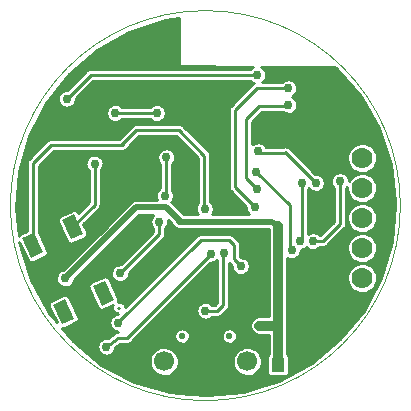
<source format=gbl>
G04 (created by PCBNEW (2013-07-07 BZR 4022)-stable) date 6/15/2015 10:21:50 PM*
%MOIN*%
G04 Gerber Fmt 3.4, Leading zero omitted, Abs format*
%FSLAX34Y34*%
G01*
G70*
G90*
G04 APERTURE LIST*
%ADD10C,0.00590551*%
%ADD11C,0.00393701*%
%ADD12R,0.0433071X0.0472441*%
%ADD13C,0.0669291*%
%ADD14C,0.0216535*%
%ADD15C,0.07*%
%ADD16C,0.03*%
%ADD17C,0.01*%
%ADD18C,0.032*%
%ADD19C,0.02*%
G04 APERTURE END LIST*
G54D10*
G54D11*
X84500Y-52000D02*
G75*
G03X84500Y-52000I-6500J0D01*
G74*
G01*
G54D12*
X80425Y-57300D03*
X81225Y-56875D03*
G54D13*
X76624Y-57195D03*
X79399Y-57195D03*
G54D14*
X77224Y-56348D03*
X78799Y-56348D03*
G54D10*
G36*
X71903Y-53092D02*
X72295Y-52909D01*
X72595Y-53551D01*
X72202Y-53734D01*
X71903Y-53092D01*
X71903Y-53092D01*
G37*
G36*
X72934Y-55304D02*
X73327Y-55121D01*
X73626Y-55763D01*
X73234Y-55946D01*
X72934Y-55304D01*
X72934Y-55304D01*
G37*
G36*
X73223Y-52476D02*
X73615Y-52293D01*
X73915Y-52935D01*
X73522Y-53118D01*
X73223Y-52476D01*
X73223Y-52476D01*
G37*
G36*
X74254Y-54688D02*
X74647Y-54505D01*
X74946Y-55147D01*
X74554Y-55330D01*
X74254Y-54688D01*
X74254Y-54688D01*
G37*
G54D15*
X83226Y-49414D03*
X83226Y-50414D03*
X83226Y-51414D03*
X83226Y-52414D03*
X83226Y-53414D03*
X83226Y-54414D03*
G54D16*
X74305Y-50596D03*
X75000Y-48917D03*
X76377Y-48917D03*
X79760Y-50190D03*
X81680Y-51240D03*
X81585Y-53186D03*
X82485Y-51195D03*
X78000Y-55500D03*
X78617Y-53578D03*
X76699Y-50393D03*
X76650Y-51674D03*
X76470Y-52530D03*
X75159Y-54257D03*
X78183Y-53599D03*
X74700Y-56700D03*
X79702Y-50869D03*
X80879Y-53487D03*
X81225Y-56150D03*
X76890Y-48540D03*
X76910Y-48110D03*
X77445Y-48570D03*
X79650Y-52050D03*
X80770Y-48090D03*
X79730Y-51430D03*
X80770Y-48640D03*
X73380Y-48435D03*
X79724Y-47637D03*
X81162Y-53172D03*
X81210Y-51230D03*
X73326Y-54429D03*
X79800Y-56000D03*
X75100Y-55900D03*
X79180Y-54020D03*
X77980Y-52100D03*
G54D17*
X75100Y-55400D02*
X75130Y-55400D01*
X74305Y-51915D02*
X74305Y-51970D01*
X74305Y-51970D02*
X73569Y-52706D01*
X74305Y-50596D02*
X74305Y-51915D01*
X74305Y-51915D02*
X74305Y-51940D01*
X76377Y-48917D02*
X75000Y-48917D01*
X80675Y-50235D02*
X79805Y-50235D01*
X79805Y-50235D02*
X79760Y-50190D01*
X81680Y-51240D02*
X80675Y-50235D01*
X80675Y-50235D02*
X80660Y-50220D01*
X81919Y-53186D02*
X81585Y-53186D01*
X82485Y-52620D02*
X81919Y-53186D01*
X82485Y-51195D02*
X82485Y-52620D01*
X78600Y-55300D02*
X78600Y-53595D01*
X78000Y-55500D02*
X78400Y-55500D01*
X78400Y-55500D02*
X78600Y-55300D01*
X78600Y-53595D02*
X78617Y-53578D01*
X76699Y-51625D02*
X76699Y-50393D01*
X76650Y-51674D02*
X76699Y-51625D01*
X75159Y-54257D02*
X76470Y-52946D01*
X76470Y-52946D02*
X76470Y-52530D01*
X75382Y-56400D02*
X75361Y-56400D01*
X78183Y-53599D02*
X75382Y-56400D01*
X74700Y-56700D02*
X75100Y-56400D01*
X75100Y-56400D02*
X75361Y-56400D01*
X75361Y-56400D02*
X75400Y-56400D01*
X80816Y-51983D02*
X80816Y-52256D01*
X79702Y-50869D02*
X80816Y-51983D01*
X80816Y-53424D02*
X80816Y-52256D01*
X80816Y-52256D02*
X80816Y-52200D01*
X80879Y-53487D02*
X80816Y-53424D01*
G54D18*
X81225Y-56875D02*
X81225Y-56150D01*
G54D17*
X78980Y-51380D02*
X79650Y-52050D01*
X78980Y-48820D02*
X78980Y-51380D01*
X79710Y-48090D02*
X78980Y-48820D01*
X80770Y-48090D02*
X79710Y-48090D01*
X79370Y-49120D02*
X79370Y-51070D01*
X79800Y-48690D02*
X79370Y-49120D01*
X79870Y-48690D02*
X79800Y-48690D01*
X79370Y-51070D02*
X79730Y-51430D01*
X80720Y-48690D02*
X79870Y-48690D01*
X79870Y-48690D02*
X79860Y-48690D01*
X80770Y-48640D02*
X80720Y-48690D01*
X79724Y-47637D02*
X74177Y-47637D01*
X74177Y-47637D02*
X73380Y-48435D01*
X79724Y-47637D02*
X79632Y-47637D01*
X81210Y-52934D02*
X81210Y-53124D01*
X81210Y-53124D02*
X81162Y-53172D01*
X81210Y-52940D02*
X81210Y-52934D01*
X81210Y-52934D02*
X81210Y-51230D01*
G54D19*
X77160Y-52530D02*
X77160Y-52520D01*
X75695Y-52060D02*
X73326Y-54429D01*
X76700Y-52060D02*
X75695Y-52060D01*
X77160Y-52520D02*
X76700Y-52060D01*
X80425Y-52710D02*
X80410Y-52710D01*
X80230Y-52530D02*
X77160Y-52530D01*
X77160Y-52530D02*
X77130Y-52530D01*
X80410Y-52710D02*
X80230Y-52530D01*
G54D18*
X80425Y-56000D02*
X80425Y-52710D01*
X80425Y-52710D02*
X80425Y-52700D01*
X80425Y-52700D02*
X80425Y-52669D01*
X80425Y-56000D02*
X79800Y-56000D01*
X80425Y-56000D02*
X80425Y-57300D01*
X80440Y-57285D02*
X80425Y-57300D01*
G54D17*
X75100Y-55900D02*
X75100Y-55895D01*
X77845Y-53150D02*
X77905Y-53150D01*
X75100Y-55895D02*
X77845Y-53150D01*
X77905Y-53150D02*
X78800Y-53150D01*
X78800Y-53150D02*
X78950Y-53300D01*
X78950Y-53300D02*
X78950Y-53790D01*
X78950Y-53790D02*
X79180Y-54020D01*
X72926Y-49970D02*
X72865Y-49970D01*
X75204Y-49970D02*
X72926Y-49970D01*
X72249Y-50585D02*
X72249Y-53321D01*
X72865Y-49970D02*
X72249Y-50585D01*
X77970Y-51716D02*
X77970Y-50334D01*
X75698Y-49476D02*
X75204Y-49970D01*
X77112Y-49476D02*
X75698Y-49476D01*
X77970Y-50334D02*
X77112Y-49476D01*
X77980Y-52100D02*
X77970Y-52090D01*
X77970Y-52090D02*
X77970Y-51716D01*
X77970Y-51716D02*
X77970Y-51710D01*
X72268Y-53301D02*
X72249Y-53321D01*
X75260Y-49970D02*
X75204Y-49970D01*
G54D10*
G36*
X79612Y-47916D02*
X79601Y-47922D01*
X79600Y-47922D01*
X79599Y-47923D01*
X79584Y-47935D01*
X79570Y-47946D01*
X79569Y-47948D01*
X79569Y-47948D01*
X79569Y-47948D01*
X79568Y-47948D01*
X78838Y-48678D01*
X78826Y-48692D01*
X78814Y-48707D01*
X78814Y-48707D01*
X78813Y-48708D01*
X78805Y-48725D01*
X78796Y-48741D01*
X78795Y-48742D01*
X78795Y-48743D01*
X78789Y-48760D01*
X78784Y-48778D01*
X78784Y-48779D01*
X78783Y-48780D01*
X78782Y-48798D01*
X78780Y-48817D01*
X78780Y-48819D01*
X78780Y-48819D01*
X78780Y-48819D01*
X78780Y-48820D01*
X78780Y-51380D01*
X78781Y-51398D01*
X78783Y-51416D01*
X78783Y-51417D01*
X78783Y-51418D01*
X78789Y-51436D01*
X78794Y-51454D01*
X78794Y-51455D01*
X78795Y-51456D01*
X78803Y-51472D01*
X78812Y-51488D01*
X78812Y-51489D01*
X78813Y-51490D01*
X78825Y-51505D01*
X78836Y-51519D01*
X78838Y-51520D01*
X78838Y-51520D01*
X78838Y-51520D01*
X78838Y-51521D01*
X79350Y-52033D01*
X79349Y-52075D01*
X79360Y-52133D01*
X79381Y-52187D01*
X79413Y-52237D01*
X79454Y-52279D01*
X79455Y-52280D01*
X78220Y-52280D01*
X78242Y-52248D01*
X78266Y-52195D01*
X78279Y-52137D01*
X78280Y-52070D01*
X78268Y-52012D01*
X78246Y-51958D01*
X78213Y-51909D01*
X78172Y-51867D01*
X78170Y-51866D01*
X78170Y-51716D01*
X78170Y-51710D01*
X78170Y-50334D01*
X78168Y-50315D01*
X78166Y-50297D01*
X78166Y-50296D01*
X78166Y-50295D01*
X78160Y-50277D01*
X78155Y-50259D01*
X78155Y-50258D01*
X78154Y-50257D01*
X78146Y-50241D01*
X78137Y-50225D01*
X78137Y-50224D01*
X78136Y-50223D01*
X78124Y-50208D01*
X78113Y-50194D01*
X78111Y-50193D01*
X78111Y-50193D01*
X78111Y-50193D01*
X78111Y-50192D01*
X77253Y-49334D01*
X77239Y-49322D01*
X77224Y-49310D01*
X77224Y-49310D01*
X77223Y-49309D01*
X77206Y-49301D01*
X77190Y-49292D01*
X77189Y-49291D01*
X77188Y-49291D01*
X77171Y-49285D01*
X77153Y-49280D01*
X77152Y-49280D01*
X77151Y-49279D01*
X77133Y-49278D01*
X77114Y-49276D01*
X77112Y-49276D01*
X77112Y-49276D01*
X77112Y-49276D01*
X77112Y-49276D01*
X76677Y-49276D01*
X76677Y-48887D01*
X76666Y-48830D01*
X76644Y-48775D01*
X76611Y-48726D01*
X76570Y-48685D01*
X76521Y-48652D01*
X76467Y-48629D01*
X76409Y-48617D01*
X76350Y-48617D01*
X76292Y-48628D01*
X76238Y-48650D01*
X76189Y-48682D01*
X76153Y-48717D01*
X75224Y-48717D01*
X75192Y-48685D01*
X75143Y-48652D01*
X75089Y-48629D01*
X75031Y-48617D01*
X74972Y-48617D01*
X74914Y-48628D01*
X74860Y-48650D01*
X74811Y-48682D01*
X74769Y-48723D01*
X74735Y-48772D01*
X74712Y-48826D01*
X74700Y-48883D01*
X74699Y-48942D01*
X74710Y-49000D01*
X74731Y-49055D01*
X74763Y-49104D01*
X74804Y-49146D01*
X74852Y-49180D01*
X74906Y-49204D01*
X74964Y-49216D01*
X75023Y-49217D01*
X75081Y-49207D01*
X75135Y-49186D01*
X75185Y-49154D01*
X75225Y-49117D01*
X76154Y-49117D01*
X76182Y-49146D01*
X76230Y-49180D01*
X76284Y-49204D01*
X76342Y-49216D01*
X76401Y-49217D01*
X76459Y-49207D01*
X76513Y-49186D01*
X76563Y-49154D01*
X76606Y-49114D01*
X76640Y-49066D01*
X76663Y-49012D01*
X76677Y-48955D01*
X76677Y-48887D01*
X76677Y-49276D01*
X75698Y-49276D01*
X75679Y-49277D01*
X75661Y-49279D01*
X75660Y-49279D01*
X75659Y-49279D01*
X75641Y-49285D01*
X75623Y-49290D01*
X75622Y-49290D01*
X75621Y-49291D01*
X75605Y-49299D01*
X75589Y-49308D01*
X75588Y-49308D01*
X75587Y-49309D01*
X75572Y-49321D01*
X75558Y-49332D01*
X75557Y-49334D01*
X75557Y-49334D01*
X75557Y-49334D01*
X75556Y-49334D01*
X75121Y-49770D01*
X72926Y-49770D01*
X72865Y-49770D01*
X72846Y-49771D01*
X72828Y-49773D01*
X72827Y-49773D01*
X72826Y-49773D01*
X72808Y-49779D01*
X72790Y-49784D01*
X72789Y-49784D01*
X72788Y-49785D01*
X72772Y-49793D01*
X72756Y-49802D01*
X72755Y-49802D01*
X72754Y-49803D01*
X72739Y-49815D01*
X72725Y-49826D01*
X72724Y-49828D01*
X72724Y-49828D01*
X72724Y-49828D01*
X72723Y-49828D01*
X72107Y-50444D01*
X72095Y-50458D01*
X72084Y-50472D01*
X72083Y-50473D01*
X72082Y-50474D01*
X72074Y-50490D01*
X72065Y-50507D01*
X72064Y-50508D01*
X72064Y-50509D01*
X72059Y-50526D01*
X72053Y-50544D01*
X72053Y-50545D01*
X72053Y-50546D01*
X72051Y-50564D01*
X72049Y-50583D01*
X72049Y-50585D01*
X72049Y-50585D01*
X72049Y-50585D01*
X72049Y-50585D01*
X72049Y-52858D01*
X71826Y-52962D01*
X71802Y-52979D01*
X71782Y-53001D01*
X71774Y-53014D01*
X71671Y-52088D01*
X71774Y-50857D01*
X72114Y-49669D01*
X72679Y-48571D01*
X73446Y-47603D01*
X74387Y-46802D01*
X75465Y-46199D01*
X76640Y-45818D01*
X77120Y-45761D01*
X77120Y-47359D01*
X79602Y-47363D01*
X79584Y-47370D01*
X79535Y-47402D01*
X79499Y-47437D01*
X74177Y-47437D01*
X74158Y-47439D01*
X74140Y-47441D01*
X74139Y-47441D01*
X74138Y-47441D01*
X74120Y-47446D01*
X74102Y-47452D01*
X74101Y-47452D01*
X74100Y-47452D01*
X74084Y-47461D01*
X74068Y-47470D01*
X74067Y-47470D01*
X74066Y-47471D01*
X74052Y-47482D01*
X74037Y-47494D01*
X74036Y-47495D01*
X74036Y-47495D01*
X74036Y-47495D01*
X74035Y-47496D01*
X73397Y-48135D01*
X73352Y-48134D01*
X73294Y-48145D01*
X73240Y-48167D01*
X73191Y-48200D01*
X73149Y-48241D01*
X73115Y-48289D01*
X73092Y-48343D01*
X73080Y-48401D01*
X73079Y-48460D01*
X73090Y-48518D01*
X73111Y-48572D01*
X73143Y-48622D01*
X73184Y-48664D01*
X73232Y-48698D01*
X73286Y-48721D01*
X73344Y-48734D01*
X73403Y-48735D01*
X73461Y-48725D01*
X73515Y-48704D01*
X73565Y-48672D01*
X73608Y-48631D01*
X73642Y-48583D01*
X73666Y-48530D01*
X73679Y-48472D01*
X73679Y-48418D01*
X74260Y-47837D01*
X79500Y-47837D01*
X79529Y-47867D01*
X79577Y-47900D01*
X79612Y-47916D01*
X79612Y-47916D01*
G37*
G54D17*
X79612Y-47916D02*
X79601Y-47922D01*
X79600Y-47922D01*
X79599Y-47923D01*
X79584Y-47935D01*
X79570Y-47946D01*
X79569Y-47948D01*
X79569Y-47948D01*
X79569Y-47948D01*
X79568Y-47948D01*
X78838Y-48678D01*
X78826Y-48692D01*
X78814Y-48707D01*
X78814Y-48707D01*
X78813Y-48708D01*
X78805Y-48725D01*
X78796Y-48741D01*
X78795Y-48742D01*
X78795Y-48743D01*
X78789Y-48760D01*
X78784Y-48778D01*
X78784Y-48779D01*
X78783Y-48780D01*
X78782Y-48798D01*
X78780Y-48817D01*
X78780Y-48819D01*
X78780Y-48819D01*
X78780Y-48819D01*
X78780Y-48820D01*
X78780Y-51380D01*
X78781Y-51398D01*
X78783Y-51416D01*
X78783Y-51417D01*
X78783Y-51418D01*
X78789Y-51436D01*
X78794Y-51454D01*
X78794Y-51455D01*
X78795Y-51456D01*
X78803Y-51472D01*
X78812Y-51488D01*
X78812Y-51489D01*
X78813Y-51490D01*
X78825Y-51505D01*
X78836Y-51519D01*
X78838Y-51520D01*
X78838Y-51520D01*
X78838Y-51520D01*
X78838Y-51521D01*
X79350Y-52033D01*
X79349Y-52075D01*
X79360Y-52133D01*
X79381Y-52187D01*
X79413Y-52237D01*
X79454Y-52279D01*
X79455Y-52280D01*
X78220Y-52280D01*
X78242Y-52248D01*
X78266Y-52195D01*
X78279Y-52137D01*
X78280Y-52070D01*
X78268Y-52012D01*
X78246Y-51958D01*
X78213Y-51909D01*
X78172Y-51867D01*
X78170Y-51866D01*
X78170Y-51716D01*
X78170Y-51710D01*
X78170Y-50334D01*
X78168Y-50315D01*
X78166Y-50297D01*
X78166Y-50296D01*
X78166Y-50295D01*
X78160Y-50277D01*
X78155Y-50259D01*
X78155Y-50258D01*
X78154Y-50257D01*
X78146Y-50241D01*
X78137Y-50225D01*
X78137Y-50224D01*
X78136Y-50223D01*
X78124Y-50208D01*
X78113Y-50194D01*
X78111Y-50193D01*
X78111Y-50193D01*
X78111Y-50193D01*
X78111Y-50192D01*
X77253Y-49334D01*
X77239Y-49322D01*
X77224Y-49310D01*
X77224Y-49310D01*
X77223Y-49309D01*
X77206Y-49301D01*
X77190Y-49292D01*
X77189Y-49291D01*
X77188Y-49291D01*
X77171Y-49285D01*
X77153Y-49280D01*
X77152Y-49280D01*
X77151Y-49279D01*
X77133Y-49278D01*
X77114Y-49276D01*
X77112Y-49276D01*
X77112Y-49276D01*
X77112Y-49276D01*
X77112Y-49276D01*
X76677Y-49276D01*
X76677Y-48887D01*
X76666Y-48830D01*
X76644Y-48775D01*
X76611Y-48726D01*
X76570Y-48685D01*
X76521Y-48652D01*
X76467Y-48629D01*
X76409Y-48617D01*
X76350Y-48617D01*
X76292Y-48628D01*
X76238Y-48650D01*
X76189Y-48682D01*
X76153Y-48717D01*
X75224Y-48717D01*
X75192Y-48685D01*
X75143Y-48652D01*
X75089Y-48629D01*
X75031Y-48617D01*
X74972Y-48617D01*
X74914Y-48628D01*
X74860Y-48650D01*
X74811Y-48682D01*
X74769Y-48723D01*
X74735Y-48772D01*
X74712Y-48826D01*
X74700Y-48883D01*
X74699Y-48942D01*
X74710Y-49000D01*
X74731Y-49055D01*
X74763Y-49104D01*
X74804Y-49146D01*
X74852Y-49180D01*
X74906Y-49204D01*
X74964Y-49216D01*
X75023Y-49217D01*
X75081Y-49207D01*
X75135Y-49186D01*
X75185Y-49154D01*
X75225Y-49117D01*
X76154Y-49117D01*
X76182Y-49146D01*
X76230Y-49180D01*
X76284Y-49204D01*
X76342Y-49216D01*
X76401Y-49217D01*
X76459Y-49207D01*
X76513Y-49186D01*
X76563Y-49154D01*
X76606Y-49114D01*
X76640Y-49066D01*
X76663Y-49012D01*
X76677Y-48955D01*
X76677Y-48887D01*
X76677Y-49276D01*
X75698Y-49276D01*
X75679Y-49277D01*
X75661Y-49279D01*
X75660Y-49279D01*
X75659Y-49279D01*
X75641Y-49285D01*
X75623Y-49290D01*
X75622Y-49290D01*
X75621Y-49291D01*
X75605Y-49299D01*
X75589Y-49308D01*
X75588Y-49308D01*
X75587Y-49309D01*
X75572Y-49321D01*
X75558Y-49332D01*
X75557Y-49334D01*
X75557Y-49334D01*
X75557Y-49334D01*
X75556Y-49334D01*
X75121Y-49770D01*
X72926Y-49770D01*
X72865Y-49770D01*
X72846Y-49771D01*
X72828Y-49773D01*
X72827Y-49773D01*
X72826Y-49773D01*
X72808Y-49779D01*
X72790Y-49784D01*
X72789Y-49784D01*
X72788Y-49785D01*
X72772Y-49793D01*
X72756Y-49802D01*
X72755Y-49802D01*
X72754Y-49803D01*
X72739Y-49815D01*
X72725Y-49826D01*
X72724Y-49828D01*
X72724Y-49828D01*
X72724Y-49828D01*
X72723Y-49828D01*
X72107Y-50444D01*
X72095Y-50458D01*
X72084Y-50472D01*
X72083Y-50473D01*
X72082Y-50474D01*
X72074Y-50490D01*
X72065Y-50507D01*
X72064Y-50508D01*
X72064Y-50509D01*
X72059Y-50526D01*
X72053Y-50544D01*
X72053Y-50545D01*
X72053Y-50546D01*
X72051Y-50564D01*
X72049Y-50583D01*
X72049Y-50585D01*
X72049Y-50585D01*
X72049Y-50585D01*
X72049Y-50585D01*
X72049Y-52858D01*
X71826Y-52962D01*
X71802Y-52979D01*
X71782Y-53001D01*
X71774Y-53014D01*
X71671Y-52088D01*
X71774Y-50857D01*
X72114Y-49669D01*
X72679Y-48571D01*
X73446Y-47603D01*
X74387Y-46802D01*
X75465Y-46199D01*
X76640Y-45818D01*
X77120Y-45761D01*
X77120Y-47359D01*
X79602Y-47363D01*
X79584Y-47370D01*
X79535Y-47402D01*
X79499Y-47437D01*
X74177Y-47437D01*
X74158Y-47439D01*
X74140Y-47441D01*
X74139Y-47441D01*
X74138Y-47441D01*
X74120Y-47446D01*
X74102Y-47452D01*
X74101Y-47452D01*
X74100Y-47452D01*
X74084Y-47461D01*
X74068Y-47470D01*
X74067Y-47470D01*
X74066Y-47471D01*
X74052Y-47482D01*
X74037Y-47494D01*
X74036Y-47495D01*
X74036Y-47495D01*
X74036Y-47495D01*
X74035Y-47496D01*
X73397Y-48135D01*
X73352Y-48134D01*
X73294Y-48145D01*
X73240Y-48167D01*
X73191Y-48200D01*
X73149Y-48241D01*
X73115Y-48289D01*
X73092Y-48343D01*
X73080Y-48401D01*
X73079Y-48460D01*
X73090Y-48518D01*
X73111Y-48572D01*
X73143Y-48622D01*
X73184Y-48664D01*
X73232Y-48698D01*
X73286Y-48721D01*
X73344Y-48734D01*
X73403Y-48735D01*
X73461Y-48725D01*
X73515Y-48704D01*
X73565Y-48672D01*
X73608Y-48631D01*
X73642Y-48583D01*
X73666Y-48530D01*
X73679Y-48472D01*
X73679Y-48418D01*
X74260Y-47837D01*
X79500Y-47837D01*
X79529Y-47867D01*
X79577Y-47900D01*
X79612Y-47916D01*
G54D10*
G36*
X84330Y-51992D02*
X84208Y-53229D01*
X83851Y-54411D01*
X83271Y-55502D01*
X82491Y-56459D01*
X81539Y-57247D01*
X80452Y-57834D01*
X79884Y-58010D01*
X79884Y-57147D01*
X79866Y-57054D01*
X79829Y-56966D01*
X79777Y-56887D01*
X79710Y-56820D01*
X79631Y-56766D01*
X79543Y-56730D01*
X79480Y-56717D01*
X79480Y-53990D01*
X79468Y-53932D01*
X79446Y-53878D01*
X79413Y-53829D01*
X79372Y-53787D01*
X79323Y-53754D01*
X79269Y-53732D01*
X79211Y-53720D01*
X79162Y-53719D01*
X79150Y-53707D01*
X79150Y-53300D01*
X79148Y-53281D01*
X79146Y-53263D01*
X79146Y-53262D01*
X79146Y-53261D01*
X79140Y-53243D01*
X79135Y-53225D01*
X79135Y-53224D01*
X79134Y-53223D01*
X79126Y-53207D01*
X79117Y-53191D01*
X79117Y-53190D01*
X79116Y-53189D01*
X79104Y-53174D01*
X79093Y-53160D01*
X79091Y-53159D01*
X79091Y-53159D01*
X79091Y-53159D01*
X79091Y-53158D01*
X78941Y-53008D01*
X78927Y-52996D01*
X78912Y-52984D01*
X78912Y-52984D01*
X78911Y-52983D01*
X78894Y-52975D01*
X78878Y-52966D01*
X78877Y-52965D01*
X78876Y-52965D01*
X78859Y-52959D01*
X78841Y-52954D01*
X78840Y-52954D01*
X78839Y-52953D01*
X78821Y-52952D01*
X78802Y-52950D01*
X78800Y-52950D01*
X78800Y-52950D01*
X78800Y-52950D01*
X78800Y-52950D01*
X77905Y-52950D01*
X77845Y-52950D01*
X77826Y-52951D01*
X77808Y-52953D01*
X77807Y-52953D01*
X77806Y-52953D01*
X77788Y-52959D01*
X77770Y-52964D01*
X77769Y-52964D01*
X77768Y-52965D01*
X77752Y-52973D01*
X77736Y-52982D01*
X77735Y-52982D01*
X77734Y-52983D01*
X77719Y-52995D01*
X77705Y-53006D01*
X77704Y-53008D01*
X77704Y-53008D01*
X77704Y-53008D01*
X77703Y-53008D01*
X75328Y-55383D01*
X75326Y-55362D01*
X75315Y-55325D01*
X75297Y-55290D01*
X75272Y-55260D01*
X75242Y-55234D01*
X75208Y-55216D01*
X75171Y-55204D01*
X75132Y-55200D01*
X75130Y-55200D01*
X75100Y-55200D01*
X75087Y-55201D01*
X75092Y-55185D01*
X75097Y-55156D01*
X75096Y-55127D01*
X75089Y-55098D01*
X75077Y-55072D01*
X74777Y-54428D01*
X74759Y-54405D01*
X74738Y-54385D01*
X74713Y-54369D01*
X74685Y-54359D01*
X74656Y-54355D01*
X74626Y-54356D01*
X74598Y-54363D01*
X74571Y-54375D01*
X74178Y-54558D01*
X74154Y-54576D01*
X74134Y-54597D01*
X74119Y-54623D01*
X74109Y-54650D01*
X74104Y-54679D01*
X74105Y-54709D01*
X74112Y-54737D01*
X74124Y-54764D01*
X74424Y-55407D01*
X74442Y-55431D01*
X74463Y-55451D01*
X74488Y-55466D01*
X74516Y-55476D01*
X74545Y-55481D01*
X74574Y-55480D01*
X74603Y-55473D01*
X74630Y-55461D01*
X74913Y-55328D01*
X74904Y-55359D01*
X74900Y-55398D01*
X74903Y-55437D01*
X74914Y-55474D01*
X74932Y-55509D01*
X74957Y-55539D01*
X74987Y-55565D01*
X75021Y-55583D01*
X75058Y-55595D01*
X75097Y-55599D01*
X75072Y-55599D01*
X75014Y-55610D01*
X74960Y-55632D01*
X74911Y-55665D01*
X74869Y-55706D01*
X74835Y-55754D01*
X74812Y-55808D01*
X74800Y-55866D01*
X74799Y-55925D01*
X74810Y-55983D01*
X74831Y-56037D01*
X74863Y-56087D01*
X74904Y-56129D01*
X74952Y-56163D01*
X75006Y-56186D01*
X75064Y-56199D01*
X75099Y-56200D01*
X75096Y-56200D01*
X75091Y-56199D01*
X75070Y-56202D01*
X75061Y-56203D01*
X75058Y-56204D01*
X75052Y-56205D01*
X75032Y-56212D01*
X75023Y-56215D01*
X75021Y-56216D01*
X75015Y-56218D01*
X74997Y-56229D01*
X74989Y-56233D01*
X74987Y-56235D01*
X74982Y-56238D01*
X74979Y-56239D01*
X74758Y-56405D01*
X74731Y-56400D01*
X74672Y-56399D01*
X74614Y-56410D01*
X74560Y-56432D01*
X74511Y-56465D01*
X74469Y-56506D01*
X74435Y-56554D01*
X74412Y-56608D01*
X74400Y-56666D01*
X74399Y-56725D01*
X74410Y-56783D01*
X74431Y-56837D01*
X74463Y-56887D01*
X74504Y-56929D01*
X74552Y-56963D01*
X74606Y-56986D01*
X74664Y-56999D01*
X74723Y-57000D01*
X74781Y-56990D01*
X74835Y-56969D01*
X74885Y-56937D01*
X74928Y-56896D01*
X74962Y-56848D01*
X74986Y-56795D01*
X74999Y-56737D01*
X74999Y-56725D01*
X75166Y-56600D01*
X75361Y-56600D01*
X75382Y-56600D01*
X75400Y-56600D01*
X75438Y-56596D01*
X75476Y-56584D01*
X75510Y-56566D01*
X75540Y-56541D01*
X75565Y-56511D01*
X75580Y-56483D01*
X78166Y-53898D01*
X78206Y-53899D01*
X78264Y-53889D01*
X78318Y-53868D01*
X78368Y-53836D01*
X78400Y-53806D01*
X78400Y-55217D01*
X78317Y-55300D01*
X78224Y-55300D01*
X78192Y-55267D01*
X78143Y-55234D01*
X78089Y-55212D01*
X78031Y-55200D01*
X77972Y-55199D01*
X77914Y-55210D01*
X77860Y-55232D01*
X77811Y-55265D01*
X77769Y-55306D01*
X77735Y-55354D01*
X77712Y-55408D01*
X77700Y-55466D01*
X77699Y-55525D01*
X77710Y-55583D01*
X77731Y-55637D01*
X77763Y-55687D01*
X77804Y-55729D01*
X77852Y-55763D01*
X77906Y-55786D01*
X77964Y-55799D01*
X78023Y-55800D01*
X78081Y-55790D01*
X78135Y-55769D01*
X78185Y-55737D01*
X78225Y-55700D01*
X78400Y-55700D01*
X78418Y-55698D01*
X78436Y-55696D01*
X78437Y-55696D01*
X78438Y-55696D01*
X78456Y-55690D01*
X78474Y-55685D01*
X78475Y-55685D01*
X78476Y-55684D01*
X78492Y-55676D01*
X78508Y-55667D01*
X78509Y-55667D01*
X78510Y-55666D01*
X78525Y-55654D01*
X78539Y-55643D01*
X78540Y-55641D01*
X78540Y-55641D01*
X78540Y-55641D01*
X78541Y-55641D01*
X78741Y-55441D01*
X78753Y-55427D01*
X78765Y-55412D01*
X78765Y-55412D01*
X78766Y-55411D01*
X78774Y-55394D01*
X78783Y-55378D01*
X78784Y-55377D01*
X78784Y-55376D01*
X78790Y-55359D01*
X78795Y-55341D01*
X78795Y-55340D01*
X78796Y-55339D01*
X78797Y-55321D01*
X78799Y-55302D01*
X78799Y-55300D01*
X78799Y-55300D01*
X78799Y-55300D01*
X78800Y-55300D01*
X78800Y-53921D01*
X78806Y-53929D01*
X78808Y-53930D01*
X78808Y-53930D01*
X78808Y-53930D01*
X78808Y-53931D01*
X78880Y-54003D01*
X78879Y-54045D01*
X78890Y-54103D01*
X78911Y-54157D01*
X78943Y-54207D01*
X78984Y-54249D01*
X79032Y-54283D01*
X79086Y-54306D01*
X79144Y-54319D01*
X79203Y-54320D01*
X79261Y-54310D01*
X79315Y-54289D01*
X79365Y-54257D01*
X79408Y-54216D01*
X79442Y-54168D01*
X79466Y-54115D01*
X79479Y-54057D01*
X79480Y-53990D01*
X79480Y-56717D01*
X79450Y-56711D01*
X79355Y-56710D01*
X79262Y-56728D01*
X79174Y-56763D01*
X79094Y-56815D01*
X79057Y-56852D01*
X79057Y-56323D01*
X79047Y-56273D01*
X79028Y-56227D01*
X79000Y-56184D01*
X78964Y-56148D01*
X78922Y-56120D01*
X78875Y-56100D01*
X78826Y-56090D01*
X78775Y-56090D01*
X78725Y-56099D01*
X78678Y-56118D01*
X78636Y-56146D01*
X78600Y-56182D01*
X78571Y-56223D01*
X78551Y-56270D01*
X78541Y-56319D01*
X78540Y-56370D01*
X78549Y-56420D01*
X78568Y-56467D01*
X78595Y-56510D01*
X78630Y-56546D01*
X78672Y-56575D01*
X78718Y-56595D01*
X78768Y-56606D01*
X78818Y-56607D01*
X78868Y-56598D01*
X78916Y-56580D01*
X78958Y-56553D01*
X78995Y-56518D01*
X79024Y-56477D01*
X79045Y-56430D01*
X79056Y-56381D01*
X79057Y-56323D01*
X79057Y-56852D01*
X79026Y-56882D01*
X78973Y-56960D01*
X78935Y-57048D01*
X78915Y-57141D01*
X78914Y-57236D01*
X78931Y-57329D01*
X78966Y-57417D01*
X79018Y-57497D01*
X79084Y-57566D01*
X79162Y-57620D01*
X79249Y-57658D01*
X79342Y-57678D01*
X79437Y-57680D01*
X79530Y-57664D01*
X79619Y-57630D01*
X79699Y-57579D01*
X79768Y-57513D01*
X79823Y-57435D01*
X79861Y-57349D01*
X79882Y-57256D01*
X79884Y-57147D01*
X79884Y-58010D01*
X79272Y-58200D01*
X78044Y-58329D01*
X77482Y-58278D01*
X77482Y-56323D01*
X77473Y-56273D01*
X77453Y-56227D01*
X77425Y-56184D01*
X77390Y-56148D01*
X77348Y-56120D01*
X77301Y-56100D01*
X77251Y-56090D01*
X77201Y-56090D01*
X77151Y-56099D01*
X77104Y-56118D01*
X77061Y-56146D01*
X77025Y-56182D01*
X76997Y-56223D01*
X76977Y-56270D01*
X76966Y-56319D01*
X76965Y-56370D01*
X76975Y-56420D01*
X76993Y-56467D01*
X77021Y-56510D01*
X77056Y-56546D01*
X77097Y-56575D01*
X77144Y-56595D01*
X77193Y-56606D01*
X77244Y-56607D01*
X77294Y-56598D01*
X77341Y-56580D01*
X77384Y-56553D01*
X77421Y-56518D01*
X77450Y-56477D01*
X77470Y-56430D01*
X77482Y-56381D01*
X77482Y-56323D01*
X77482Y-58278D01*
X77108Y-58244D01*
X77108Y-57147D01*
X77090Y-57054D01*
X77054Y-56966D01*
X77001Y-56887D01*
X76934Y-56820D01*
X76855Y-56766D01*
X76768Y-56730D01*
X76675Y-56711D01*
X76580Y-56710D01*
X76486Y-56728D01*
X76398Y-56763D01*
X76319Y-56815D01*
X76251Y-56882D01*
X76197Y-56960D01*
X76160Y-57048D01*
X76140Y-57141D01*
X76138Y-57236D01*
X76156Y-57329D01*
X76191Y-57417D01*
X76242Y-57497D01*
X76308Y-57566D01*
X76386Y-57620D01*
X76473Y-57658D01*
X76566Y-57678D01*
X76661Y-57680D01*
X76755Y-57664D01*
X76843Y-57630D01*
X76924Y-57579D01*
X76992Y-57513D01*
X77047Y-57435D01*
X77086Y-57349D01*
X77107Y-57256D01*
X77108Y-57147D01*
X77108Y-58244D01*
X76813Y-58217D01*
X75628Y-57868D01*
X74534Y-57296D01*
X73571Y-56522D01*
X73213Y-56095D01*
X73225Y-56097D01*
X73254Y-56095D01*
X73283Y-56089D01*
X73310Y-56076D01*
X73703Y-55893D01*
X73727Y-55875D01*
X73747Y-55854D01*
X73762Y-55829D01*
X73772Y-55801D01*
X73777Y-55772D01*
X73776Y-55743D01*
X73769Y-55714D01*
X73756Y-55687D01*
X73456Y-55044D01*
X73439Y-55020D01*
X73417Y-55000D01*
X73392Y-54985D01*
X73365Y-54975D01*
X73336Y-54970D01*
X73306Y-54971D01*
X73278Y-54978D01*
X73251Y-54991D01*
X72857Y-55174D01*
X72834Y-55191D01*
X72814Y-55213D01*
X72798Y-55238D01*
X72788Y-55266D01*
X72784Y-55295D01*
X72785Y-55324D01*
X72792Y-55353D01*
X72804Y-55380D01*
X73043Y-55893D01*
X72777Y-55575D01*
X72182Y-54493D01*
X71808Y-53315D01*
X71798Y-53222D01*
X72072Y-53811D01*
X72090Y-53834D01*
X72111Y-53854D01*
X72136Y-53870D01*
X72164Y-53880D01*
X72193Y-53884D01*
X72223Y-53883D01*
X72251Y-53876D01*
X72278Y-53864D01*
X72671Y-53681D01*
X72695Y-53663D01*
X72715Y-53642D01*
X72730Y-53616D01*
X72740Y-53589D01*
X72745Y-53560D01*
X72744Y-53530D01*
X72737Y-53502D01*
X72725Y-53475D01*
X72449Y-52883D01*
X72449Y-50668D01*
X72947Y-50170D01*
X75204Y-50170D01*
X75260Y-50170D01*
X75298Y-50166D01*
X75336Y-50154D01*
X75370Y-50136D01*
X75400Y-50111D01*
X75425Y-50081D01*
X75444Y-50047D01*
X75455Y-50010D01*
X75457Y-49999D01*
X75780Y-49676D01*
X77029Y-49676D01*
X77770Y-50416D01*
X77770Y-51710D01*
X77770Y-51716D01*
X77770Y-51885D01*
X77749Y-51906D01*
X77715Y-51954D01*
X77692Y-52008D01*
X77680Y-52066D01*
X77679Y-52125D01*
X77690Y-52183D01*
X77711Y-52237D01*
X77739Y-52280D01*
X77273Y-52280D01*
X76876Y-51883D01*
X76870Y-51878D01*
X76878Y-51870D01*
X76912Y-51822D01*
X76936Y-51769D01*
X76949Y-51711D01*
X76950Y-51644D01*
X76938Y-51586D01*
X76916Y-51532D01*
X76899Y-51506D01*
X76899Y-50616D01*
X76927Y-50589D01*
X76961Y-50541D01*
X76985Y-50488D01*
X76998Y-50430D01*
X76999Y-50363D01*
X76987Y-50305D01*
X76965Y-50251D01*
X76932Y-50202D01*
X76891Y-50160D01*
X76842Y-50127D01*
X76788Y-50105D01*
X76730Y-50093D01*
X76671Y-50092D01*
X76613Y-50103D01*
X76559Y-50125D01*
X76510Y-50158D01*
X76468Y-50199D01*
X76434Y-50247D01*
X76411Y-50301D01*
X76399Y-50359D01*
X76398Y-50418D01*
X76409Y-50476D01*
X76430Y-50530D01*
X76462Y-50580D01*
X76499Y-50617D01*
X76499Y-51414D01*
X76461Y-51439D01*
X76419Y-51480D01*
X76385Y-51528D01*
X76362Y-51582D01*
X76350Y-51640D01*
X76349Y-51699D01*
X76360Y-51757D01*
X76381Y-51810D01*
X75695Y-51810D01*
X75672Y-51812D01*
X75649Y-51814D01*
X75648Y-51814D01*
X75647Y-51814D01*
X75625Y-51821D01*
X75603Y-51827D01*
X75601Y-51828D01*
X75600Y-51828D01*
X75580Y-51839D01*
X75559Y-51850D01*
X75558Y-51851D01*
X75557Y-51851D01*
X75539Y-51866D01*
X75521Y-51880D01*
X75519Y-51882D01*
X75519Y-51882D01*
X75519Y-51882D01*
X75519Y-51883D01*
X74605Y-52797D01*
X74605Y-50566D01*
X74593Y-50508D01*
X74571Y-50454D01*
X74538Y-50405D01*
X74497Y-50363D01*
X74448Y-50330D01*
X74394Y-50308D01*
X74336Y-50296D01*
X74277Y-50295D01*
X74219Y-50306D01*
X74165Y-50328D01*
X74116Y-50361D01*
X74074Y-50402D01*
X74040Y-50450D01*
X74017Y-50504D01*
X74005Y-50562D01*
X74004Y-50621D01*
X74015Y-50679D01*
X74036Y-50733D01*
X74068Y-50783D01*
X74105Y-50820D01*
X74105Y-51887D01*
X73755Y-52237D01*
X73745Y-52216D01*
X73728Y-52192D01*
X73706Y-52173D01*
X73681Y-52157D01*
X73653Y-52147D01*
X73624Y-52142D01*
X73595Y-52144D01*
X73566Y-52150D01*
X73539Y-52163D01*
X73146Y-52346D01*
X73122Y-52364D01*
X73102Y-52385D01*
X73087Y-52410D01*
X73077Y-52438D01*
X73072Y-52467D01*
X73073Y-52496D01*
X73080Y-52525D01*
X73093Y-52552D01*
X73393Y-53195D01*
X73410Y-53219D01*
X73432Y-53239D01*
X73457Y-53254D01*
X73484Y-53264D01*
X73513Y-53269D01*
X73543Y-53268D01*
X73571Y-53261D01*
X73598Y-53248D01*
X73992Y-53065D01*
X74015Y-53048D01*
X74035Y-53026D01*
X74051Y-53001D01*
X74061Y-52973D01*
X74065Y-52944D01*
X74064Y-52915D01*
X74057Y-52886D01*
X74045Y-52859D01*
X73935Y-52623D01*
X74446Y-52111D01*
X74458Y-52097D01*
X74470Y-52083D01*
X74470Y-52082D01*
X74471Y-52081D01*
X74479Y-52065D01*
X74488Y-52049D01*
X74489Y-52048D01*
X74489Y-52047D01*
X74495Y-52029D01*
X74500Y-52011D01*
X74500Y-52010D01*
X74501Y-52009D01*
X74502Y-51991D01*
X74504Y-51973D01*
X74504Y-51971D01*
X74504Y-51971D01*
X74504Y-51971D01*
X74505Y-51970D01*
X74505Y-51940D01*
X74505Y-51915D01*
X74505Y-50819D01*
X74533Y-50792D01*
X74567Y-50744D01*
X74591Y-50691D01*
X74604Y-50633D01*
X74605Y-50566D01*
X74605Y-52797D01*
X73267Y-54135D01*
X73241Y-54139D01*
X73187Y-54161D01*
X73137Y-54194D01*
X73095Y-54235D01*
X73062Y-54283D01*
X73039Y-54337D01*
X73027Y-54395D01*
X73026Y-54454D01*
X73036Y-54512D01*
X73058Y-54566D01*
X73090Y-54616D01*
X73131Y-54658D01*
X73179Y-54692D01*
X73233Y-54715D01*
X73291Y-54728D01*
X73349Y-54729D01*
X73407Y-54719D01*
X73462Y-54698D01*
X73512Y-54666D01*
X73554Y-54626D01*
X73588Y-54578D01*
X73612Y-54524D01*
X73620Y-54488D01*
X75799Y-52310D01*
X76265Y-52310D01*
X76239Y-52336D01*
X76205Y-52384D01*
X76182Y-52438D01*
X76170Y-52496D01*
X76169Y-52555D01*
X76180Y-52613D01*
X76201Y-52667D01*
X76233Y-52717D01*
X76270Y-52754D01*
X76270Y-52863D01*
X75176Y-53957D01*
X75131Y-53956D01*
X75073Y-53967D01*
X75019Y-53989D01*
X74970Y-54022D01*
X74928Y-54063D01*
X74894Y-54111D01*
X74871Y-54165D01*
X74859Y-54223D01*
X74858Y-54282D01*
X74869Y-54340D01*
X74890Y-54394D01*
X74922Y-54444D01*
X74963Y-54486D01*
X75011Y-54520D01*
X75065Y-54543D01*
X75123Y-54556D01*
X75182Y-54557D01*
X75240Y-54547D01*
X75294Y-54526D01*
X75344Y-54494D01*
X75387Y-54453D01*
X75421Y-54405D01*
X75445Y-54352D01*
X75458Y-54294D01*
X75458Y-54240D01*
X76611Y-53087D01*
X76623Y-53073D01*
X76635Y-53058D01*
X76635Y-53058D01*
X76636Y-53057D01*
X76644Y-53040D01*
X76653Y-53024D01*
X76654Y-53023D01*
X76654Y-53022D01*
X76660Y-53005D01*
X76665Y-52987D01*
X76665Y-52986D01*
X76666Y-52985D01*
X76667Y-52967D01*
X76669Y-52948D01*
X76669Y-52946D01*
X76669Y-52946D01*
X76669Y-52946D01*
X76670Y-52946D01*
X76670Y-52753D01*
X76698Y-52726D01*
X76732Y-52678D01*
X76756Y-52625D01*
X76769Y-52567D01*
X76770Y-52500D01*
X76765Y-52479D01*
X76893Y-52606D01*
X76898Y-52623D01*
X76920Y-52666D01*
X76951Y-52704D01*
X76988Y-52736D01*
X77031Y-52759D01*
X77078Y-52774D01*
X77126Y-52779D01*
X77130Y-52780D01*
X77160Y-52780D01*
X80115Y-52780D01*
X80115Y-55690D01*
X79800Y-55690D01*
X79739Y-55695D01*
X79681Y-55713D01*
X79628Y-55741D01*
X79581Y-55780D01*
X79542Y-55826D01*
X79514Y-55879D01*
X79496Y-55937D01*
X79490Y-55997D01*
X79495Y-56058D01*
X79512Y-56116D01*
X79540Y-56169D01*
X79578Y-56216D01*
X79624Y-56255D01*
X79677Y-56284D01*
X79735Y-56303D01*
X79795Y-56309D01*
X79800Y-56310D01*
X80115Y-56310D01*
X80115Y-56945D01*
X80113Y-56946D01*
X80092Y-56967D01*
X80075Y-56992D01*
X80064Y-57019D01*
X80058Y-57048D01*
X80058Y-57077D01*
X80058Y-57550D01*
X80064Y-57579D01*
X80075Y-57606D01*
X80091Y-57631D01*
X80112Y-57652D01*
X80136Y-57668D01*
X80163Y-57680D01*
X80192Y-57686D01*
X80222Y-57686D01*
X80656Y-57686D01*
X80685Y-57680D01*
X80712Y-57669D01*
X80736Y-57653D01*
X80757Y-57632D01*
X80774Y-57607D01*
X80785Y-57580D01*
X80791Y-57551D01*
X80791Y-57522D01*
X80791Y-57049D01*
X80785Y-57020D01*
X80774Y-56993D01*
X80758Y-56968D01*
X80737Y-56947D01*
X80735Y-56945D01*
X80735Y-56000D01*
X80735Y-53751D01*
X80785Y-53773D01*
X80843Y-53786D01*
X80902Y-53787D01*
X80960Y-53777D01*
X81014Y-53756D01*
X81064Y-53724D01*
X81107Y-53683D01*
X81141Y-53635D01*
X81165Y-53582D01*
X81178Y-53524D01*
X81178Y-53472D01*
X81185Y-53472D01*
X81243Y-53462D01*
X81297Y-53441D01*
X81347Y-53409D01*
X81366Y-53391D01*
X81389Y-53415D01*
X81437Y-53449D01*
X81491Y-53472D01*
X81549Y-53485D01*
X81608Y-53486D01*
X81666Y-53476D01*
X81720Y-53455D01*
X81770Y-53423D01*
X81810Y-53386D01*
X81919Y-53386D01*
X81937Y-53384D01*
X81955Y-53382D01*
X81956Y-53382D01*
X81957Y-53382D01*
X81975Y-53376D01*
X81993Y-53371D01*
X81994Y-53371D01*
X81995Y-53370D01*
X82011Y-53362D01*
X82027Y-53353D01*
X82028Y-53353D01*
X82029Y-53352D01*
X82044Y-53340D01*
X82058Y-53329D01*
X82059Y-53327D01*
X82059Y-53327D01*
X82059Y-53327D01*
X82060Y-53327D01*
X82626Y-52761D01*
X82638Y-52747D01*
X82650Y-52732D01*
X82650Y-52732D01*
X82651Y-52731D01*
X82659Y-52715D01*
X82668Y-52698D01*
X82669Y-52697D01*
X82669Y-52696D01*
X82675Y-52679D01*
X82680Y-52661D01*
X82680Y-52660D01*
X82681Y-52659D01*
X82682Y-52641D01*
X82684Y-52622D01*
X82684Y-52620D01*
X82684Y-52620D01*
X82684Y-52620D01*
X82685Y-52620D01*
X82685Y-51418D01*
X82713Y-51391D01*
X82726Y-51373D01*
X82725Y-51456D01*
X82743Y-51552D01*
X82779Y-51643D01*
X82832Y-51726D01*
X82900Y-51796D01*
X82980Y-51852D01*
X83070Y-51891D01*
X83166Y-51912D01*
X83214Y-51913D01*
X83180Y-51913D01*
X83084Y-51932D01*
X82993Y-51968D01*
X82911Y-52022D01*
X82841Y-52091D01*
X82785Y-52171D01*
X82747Y-52262D01*
X82726Y-52357D01*
X82725Y-52456D01*
X82743Y-52552D01*
X82779Y-52643D01*
X82832Y-52726D01*
X82900Y-52796D01*
X82980Y-52852D01*
X83070Y-52891D01*
X83166Y-52912D01*
X83214Y-52913D01*
X83180Y-52913D01*
X83084Y-52932D01*
X82993Y-52968D01*
X82911Y-53022D01*
X82841Y-53091D01*
X82785Y-53171D01*
X82747Y-53262D01*
X82726Y-53357D01*
X82725Y-53456D01*
X82743Y-53552D01*
X82779Y-53643D01*
X82832Y-53726D01*
X82900Y-53796D01*
X82980Y-53852D01*
X83070Y-53891D01*
X83166Y-53912D01*
X83214Y-53913D01*
X83180Y-53913D01*
X83084Y-53932D01*
X82993Y-53968D01*
X82911Y-54022D01*
X82841Y-54091D01*
X82785Y-54171D01*
X82747Y-54262D01*
X82726Y-54357D01*
X82725Y-54456D01*
X82743Y-54552D01*
X82779Y-54643D01*
X82832Y-54726D01*
X82900Y-54796D01*
X82980Y-54852D01*
X83070Y-54891D01*
X83166Y-54912D01*
X83264Y-54914D01*
X83361Y-54897D01*
X83452Y-54862D01*
X83535Y-54809D01*
X83606Y-54742D01*
X83662Y-54662D01*
X83702Y-54572D01*
X83724Y-54476D01*
X83726Y-54364D01*
X83706Y-54268D01*
X83669Y-54178D01*
X83615Y-54096D01*
X83546Y-54026D01*
X83464Y-53972D01*
X83374Y-53934D01*
X83278Y-53914D01*
X83268Y-53914D01*
X83361Y-53897D01*
X83452Y-53862D01*
X83535Y-53809D01*
X83606Y-53742D01*
X83662Y-53662D01*
X83702Y-53572D01*
X83724Y-53476D01*
X83726Y-53364D01*
X83706Y-53268D01*
X83669Y-53178D01*
X83615Y-53096D01*
X83546Y-53026D01*
X83464Y-52972D01*
X83374Y-52934D01*
X83278Y-52914D01*
X83268Y-52914D01*
X83361Y-52897D01*
X83452Y-52862D01*
X83535Y-52809D01*
X83606Y-52742D01*
X83662Y-52662D01*
X83702Y-52572D01*
X83724Y-52476D01*
X83726Y-52364D01*
X83706Y-52268D01*
X83669Y-52178D01*
X83615Y-52096D01*
X83546Y-52026D01*
X83464Y-51972D01*
X83374Y-51934D01*
X83278Y-51914D01*
X83268Y-51914D01*
X83361Y-51897D01*
X83452Y-51862D01*
X83535Y-51809D01*
X83606Y-51742D01*
X83662Y-51662D01*
X83702Y-51572D01*
X83724Y-51476D01*
X83726Y-51364D01*
X83706Y-51268D01*
X83669Y-51178D01*
X83615Y-51096D01*
X83546Y-51026D01*
X83464Y-50972D01*
X83374Y-50934D01*
X83278Y-50914D01*
X83268Y-50914D01*
X83361Y-50897D01*
X83452Y-50862D01*
X83535Y-50809D01*
X83606Y-50742D01*
X83662Y-50662D01*
X83702Y-50572D01*
X83724Y-50476D01*
X83726Y-50364D01*
X83706Y-50268D01*
X83669Y-50178D01*
X83615Y-50096D01*
X83546Y-50026D01*
X83464Y-49972D01*
X83374Y-49934D01*
X83278Y-49914D01*
X83180Y-49913D01*
X83084Y-49932D01*
X82993Y-49968D01*
X82911Y-50022D01*
X82841Y-50091D01*
X82785Y-50171D01*
X82747Y-50262D01*
X82726Y-50357D01*
X82725Y-50456D01*
X82743Y-50552D01*
X82779Y-50643D01*
X82832Y-50726D01*
X82900Y-50796D01*
X82980Y-50852D01*
X83070Y-50891D01*
X83166Y-50912D01*
X83214Y-50913D01*
X83180Y-50913D01*
X83084Y-50932D01*
X82993Y-50968D01*
X82911Y-51022D01*
X82841Y-51091D01*
X82785Y-51171D01*
X82784Y-51173D01*
X82785Y-51165D01*
X82773Y-51107D01*
X82751Y-51053D01*
X82718Y-51004D01*
X82677Y-50962D01*
X82628Y-50929D01*
X82574Y-50907D01*
X82516Y-50895D01*
X82457Y-50894D01*
X82399Y-50905D01*
X82345Y-50927D01*
X82296Y-50960D01*
X82254Y-51001D01*
X82220Y-51049D01*
X82197Y-51103D01*
X82185Y-51161D01*
X82184Y-51220D01*
X82195Y-51278D01*
X82216Y-51332D01*
X82248Y-51382D01*
X82285Y-51419D01*
X82285Y-52537D01*
X81836Y-52986D01*
X81809Y-52986D01*
X81777Y-52953D01*
X81728Y-52920D01*
X81674Y-52898D01*
X81616Y-52886D01*
X81557Y-52885D01*
X81499Y-52896D01*
X81445Y-52918D01*
X81410Y-52941D01*
X81410Y-52940D01*
X81410Y-52934D01*
X81410Y-51453D01*
X81438Y-51426D01*
X81441Y-51422D01*
X81443Y-51427D01*
X81484Y-51469D01*
X81532Y-51503D01*
X81586Y-51526D01*
X81644Y-51539D01*
X81703Y-51540D01*
X81761Y-51530D01*
X81815Y-51509D01*
X81865Y-51477D01*
X81908Y-51436D01*
X81942Y-51388D01*
X81966Y-51335D01*
X81979Y-51277D01*
X81980Y-51210D01*
X81968Y-51152D01*
X81946Y-51098D01*
X81913Y-51049D01*
X81872Y-51007D01*
X81823Y-50974D01*
X81769Y-50952D01*
X81711Y-50940D01*
X81662Y-50939D01*
X80816Y-50093D01*
X80816Y-50093D01*
X80816Y-50093D01*
X80801Y-50078D01*
X80771Y-50053D01*
X80736Y-50035D01*
X80699Y-50023D01*
X80660Y-50020D01*
X80621Y-50023D01*
X80584Y-50034D01*
X80584Y-50035D01*
X80017Y-50035D01*
X79993Y-49999D01*
X79952Y-49957D01*
X79903Y-49924D01*
X79849Y-49902D01*
X79791Y-49890D01*
X79732Y-49889D01*
X79674Y-49900D01*
X79620Y-49922D01*
X79571Y-49955D01*
X79570Y-49956D01*
X79570Y-49202D01*
X79882Y-48890D01*
X80604Y-48890D01*
X80622Y-48903D01*
X80676Y-48926D01*
X80734Y-48939D01*
X80793Y-48940D01*
X80851Y-48930D01*
X80905Y-48909D01*
X80955Y-48877D01*
X80998Y-48836D01*
X81032Y-48788D01*
X81056Y-48735D01*
X81069Y-48677D01*
X81070Y-48610D01*
X81058Y-48552D01*
X81036Y-48498D01*
X81003Y-48449D01*
X80962Y-48407D01*
X80913Y-48374D01*
X80890Y-48365D01*
X80905Y-48359D01*
X80955Y-48327D01*
X80998Y-48286D01*
X81032Y-48238D01*
X81056Y-48185D01*
X81069Y-48127D01*
X81070Y-48060D01*
X81058Y-48002D01*
X81036Y-47948D01*
X81003Y-47899D01*
X80962Y-47857D01*
X80913Y-47824D01*
X80859Y-47802D01*
X80801Y-47790D01*
X80742Y-47789D01*
X80684Y-47800D01*
X80630Y-47822D01*
X80581Y-47855D01*
X80545Y-47890D01*
X79886Y-47890D01*
X79910Y-47875D01*
X79952Y-47834D01*
X79986Y-47786D01*
X80010Y-47732D01*
X80023Y-47675D01*
X80024Y-47608D01*
X80012Y-47550D01*
X79990Y-47496D01*
X79958Y-47447D01*
X79916Y-47405D01*
X79867Y-47372D01*
X79847Y-47363D01*
X82302Y-47367D01*
X82364Y-47416D01*
X83172Y-48351D01*
X83782Y-49425D01*
X84172Y-50597D01*
X84327Y-51830D01*
X84330Y-51992D01*
X84330Y-51992D01*
G37*
G54D17*
X84330Y-51992D02*
X84208Y-53229D01*
X83851Y-54411D01*
X83271Y-55502D01*
X82491Y-56459D01*
X81539Y-57247D01*
X80452Y-57834D01*
X79884Y-58010D01*
X79884Y-57147D01*
X79866Y-57054D01*
X79829Y-56966D01*
X79777Y-56887D01*
X79710Y-56820D01*
X79631Y-56766D01*
X79543Y-56730D01*
X79480Y-56717D01*
X79480Y-53990D01*
X79468Y-53932D01*
X79446Y-53878D01*
X79413Y-53829D01*
X79372Y-53787D01*
X79323Y-53754D01*
X79269Y-53732D01*
X79211Y-53720D01*
X79162Y-53719D01*
X79150Y-53707D01*
X79150Y-53300D01*
X79148Y-53281D01*
X79146Y-53263D01*
X79146Y-53262D01*
X79146Y-53261D01*
X79140Y-53243D01*
X79135Y-53225D01*
X79135Y-53224D01*
X79134Y-53223D01*
X79126Y-53207D01*
X79117Y-53191D01*
X79117Y-53190D01*
X79116Y-53189D01*
X79104Y-53174D01*
X79093Y-53160D01*
X79091Y-53159D01*
X79091Y-53159D01*
X79091Y-53159D01*
X79091Y-53158D01*
X78941Y-53008D01*
X78927Y-52996D01*
X78912Y-52984D01*
X78912Y-52984D01*
X78911Y-52983D01*
X78894Y-52975D01*
X78878Y-52966D01*
X78877Y-52965D01*
X78876Y-52965D01*
X78859Y-52959D01*
X78841Y-52954D01*
X78840Y-52954D01*
X78839Y-52953D01*
X78821Y-52952D01*
X78802Y-52950D01*
X78800Y-52950D01*
X78800Y-52950D01*
X78800Y-52950D01*
X78800Y-52950D01*
X77905Y-52950D01*
X77845Y-52950D01*
X77826Y-52951D01*
X77808Y-52953D01*
X77807Y-52953D01*
X77806Y-52953D01*
X77788Y-52959D01*
X77770Y-52964D01*
X77769Y-52964D01*
X77768Y-52965D01*
X77752Y-52973D01*
X77736Y-52982D01*
X77735Y-52982D01*
X77734Y-52983D01*
X77719Y-52995D01*
X77705Y-53006D01*
X77704Y-53008D01*
X77704Y-53008D01*
X77704Y-53008D01*
X77703Y-53008D01*
X75328Y-55383D01*
X75326Y-55362D01*
X75315Y-55325D01*
X75297Y-55290D01*
X75272Y-55260D01*
X75242Y-55234D01*
X75208Y-55216D01*
X75171Y-55204D01*
X75132Y-55200D01*
X75130Y-55200D01*
X75100Y-55200D01*
X75087Y-55201D01*
X75092Y-55185D01*
X75097Y-55156D01*
X75096Y-55127D01*
X75089Y-55098D01*
X75077Y-55072D01*
X74777Y-54428D01*
X74759Y-54405D01*
X74738Y-54385D01*
X74713Y-54369D01*
X74685Y-54359D01*
X74656Y-54355D01*
X74626Y-54356D01*
X74598Y-54363D01*
X74571Y-54375D01*
X74178Y-54558D01*
X74154Y-54576D01*
X74134Y-54597D01*
X74119Y-54623D01*
X74109Y-54650D01*
X74104Y-54679D01*
X74105Y-54709D01*
X74112Y-54737D01*
X74124Y-54764D01*
X74424Y-55407D01*
X74442Y-55431D01*
X74463Y-55451D01*
X74488Y-55466D01*
X74516Y-55476D01*
X74545Y-55481D01*
X74574Y-55480D01*
X74603Y-55473D01*
X74630Y-55461D01*
X74913Y-55328D01*
X74904Y-55359D01*
X74900Y-55398D01*
X74903Y-55437D01*
X74914Y-55474D01*
X74932Y-55509D01*
X74957Y-55539D01*
X74987Y-55565D01*
X75021Y-55583D01*
X75058Y-55595D01*
X75097Y-55599D01*
X75072Y-55599D01*
X75014Y-55610D01*
X74960Y-55632D01*
X74911Y-55665D01*
X74869Y-55706D01*
X74835Y-55754D01*
X74812Y-55808D01*
X74800Y-55866D01*
X74799Y-55925D01*
X74810Y-55983D01*
X74831Y-56037D01*
X74863Y-56087D01*
X74904Y-56129D01*
X74952Y-56163D01*
X75006Y-56186D01*
X75064Y-56199D01*
X75099Y-56200D01*
X75096Y-56200D01*
X75091Y-56199D01*
X75070Y-56202D01*
X75061Y-56203D01*
X75058Y-56204D01*
X75052Y-56205D01*
X75032Y-56212D01*
X75023Y-56215D01*
X75021Y-56216D01*
X75015Y-56218D01*
X74997Y-56229D01*
X74989Y-56233D01*
X74987Y-56235D01*
X74982Y-56238D01*
X74979Y-56239D01*
X74758Y-56405D01*
X74731Y-56400D01*
X74672Y-56399D01*
X74614Y-56410D01*
X74560Y-56432D01*
X74511Y-56465D01*
X74469Y-56506D01*
X74435Y-56554D01*
X74412Y-56608D01*
X74400Y-56666D01*
X74399Y-56725D01*
X74410Y-56783D01*
X74431Y-56837D01*
X74463Y-56887D01*
X74504Y-56929D01*
X74552Y-56963D01*
X74606Y-56986D01*
X74664Y-56999D01*
X74723Y-57000D01*
X74781Y-56990D01*
X74835Y-56969D01*
X74885Y-56937D01*
X74928Y-56896D01*
X74962Y-56848D01*
X74986Y-56795D01*
X74999Y-56737D01*
X74999Y-56725D01*
X75166Y-56600D01*
X75361Y-56600D01*
X75382Y-56600D01*
X75400Y-56600D01*
X75438Y-56596D01*
X75476Y-56584D01*
X75510Y-56566D01*
X75540Y-56541D01*
X75565Y-56511D01*
X75580Y-56483D01*
X78166Y-53898D01*
X78206Y-53899D01*
X78264Y-53889D01*
X78318Y-53868D01*
X78368Y-53836D01*
X78400Y-53806D01*
X78400Y-55217D01*
X78317Y-55300D01*
X78224Y-55300D01*
X78192Y-55267D01*
X78143Y-55234D01*
X78089Y-55212D01*
X78031Y-55200D01*
X77972Y-55199D01*
X77914Y-55210D01*
X77860Y-55232D01*
X77811Y-55265D01*
X77769Y-55306D01*
X77735Y-55354D01*
X77712Y-55408D01*
X77700Y-55466D01*
X77699Y-55525D01*
X77710Y-55583D01*
X77731Y-55637D01*
X77763Y-55687D01*
X77804Y-55729D01*
X77852Y-55763D01*
X77906Y-55786D01*
X77964Y-55799D01*
X78023Y-55800D01*
X78081Y-55790D01*
X78135Y-55769D01*
X78185Y-55737D01*
X78225Y-55700D01*
X78400Y-55700D01*
X78418Y-55698D01*
X78436Y-55696D01*
X78437Y-55696D01*
X78438Y-55696D01*
X78456Y-55690D01*
X78474Y-55685D01*
X78475Y-55685D01*
X78476Y-55684D01*
X78492Y-55676D01*
X78508Y-55667D01*
X78509Y-55667D01*
X78510Y-55666D01*
X78525Y-55654D01*
X78539Y-55643D01*
X78540Y-55641D01*
X78540Y-55641D01*
X78540Y-55641D01*
X78541Y-55641D01*
X78741Y-55441D01*
X78753Y-55427D01*
X78765Y-55412D01*
X78765Y-55412D01*
X78766Y-55411D01*
X78774Y-55394D01*
X78783Y-55378D01*
X78784Y-55377D01*
X78784Y-55376D01*
X78790Y-55359D01*
X78795Y-55341D01*
X78795Y-55340D01*
X78796Y-55339D01*
X78797Y-55321D01*
X78799Y-55302D01*
X78799Y-55300D01*
X78799Y-55300D01*
X78799Y-55300D01*
X78800Y-55300D01*
X78800Y-53921D01*
X78806Y-53929D01*
X78808Y-53930D01*
X78808Y-53930D01*
X78808Y-53930D01*
X78808Y-53931D01*
X78880Y-54003D01*
X78879Y-54045D01*
X78890Y-54103D01*
X78911Y-54157D01*
X78943Y-54207D01*
X78984Y-54249D01*
X79032Y-54283D01*
X79086Y-54306D01*
X79144Y-54319D01*
X79203Y-54320D01*
X79261Y-54310D01*
X79315Y-54289D01*
X79365Y-54257D01*
X79408Y-54216D01*
X79442Y-54168D01*
X79466Y-54115D01*
X79479Y-54057D01*
X79480Y-53990D01*
X79480Y-56717D01*
X79450Y-56711D01*
X79355Y-56710D01*
X79262Y-56728D01*
X79174Y-56763D01*
X79094Y-56815D01*
X79057Y-56852D01*
X79057Y-56323D01*
X79047Y-56273D01*
X79028Y-56227D01*
X79000Y-56184D01*
X78964Y-56148D01*
X78922Y-56120D01*
X78875Y-56100D01*
X78826Y-56090D01*
X78775Y-56090D01*
X78725Y-56099D01*
X78678Y-56118D01*
X78636Y-56146D01*
X78600Y-56182D01*
X78571Y-56223D01*
X78551Y-56270D01*
X78541Y-56319D01*
X78540Y-56370D01*
X78549Y-56420D01*
X78568Y-56467D01*
X78595Y-56510D01*
X78630Y-56546D01*
X78672Y-56575D01*
X78718Y-56595D01*
X78768Y-56606D01*
X78818Y-56607D01*
X78868Y-56598D01*
X78916Y-56580D01*
X78958Y-56553D01*
X78995Y-56518D01*
X79024Y-56477D01*
X79045Y-56430D01*
X79056Y-56381D01*
X79057Y-56323D01*
X79057Y-56852D01*
X79026Y-56882D01*
X78973Y-56960D01*
X78935Y-57048D01*
X78915Y-57141D01*
X78914Y-57236D01*
X78931Y-57329D01*
X78966Y-57417D01*
X79018Y-57497D01*
X79084Y-57566D01*
X79162Y-57620D01*
X79249Y-57658D01*
X79342Y-57678D01*
X79437Y-57680D01*
X79530Y-57664D01*
X79619Y-57630D01*
X79699Y-57579D01*
X79768Y-57513D01*
X79823Y-57435D01*
X79861Y-57349D01*
X79882Y-57256D01*
X79884Y-57147D01*
X79884Y-58010D01*
X79272Y-58200D01*
X78044Y-58329D01*
X77482Y-58278D01*
X77482Y-56323D01*
X77473Y-56273D01*
X77453Y-56227D01*
X77425Y-56184D01*
X77390Y-56148D01*
X77348Y-56120D01*
X77301Y-56100D01*
X77251Y-56090D01*
X77201Y-56090D01*
X77151Y-56099D01*
X77104Y-56118D01*
X77061Y-56146D01*
X77025Y-56182D01*
X76997Y-56223D01*
X76977Y-56270D01*
X76966Y-56319D01*
X76965Y-56370D01*
X76975Y-56420D01*
X76993Y-56467D01*
X77021Y-56510D01*
X77056Y-56546D01*
X77097Y-56575D01*
X77144Y-56595D01*
X77193Y-56606D01*
X77244Y-56607D01*
X77294Y-56598D01*
X77341Y-56580D01*
X77384Y-56553D01*
X77421Y-56518D01*
X77450Y-56477D01*
X77470Y-56430D01*
X77482Y-56381D01*
X77482Y-56323D01*
X77482Y-58278D01*
X77108Y-58244D01*
X77108Y-57147D01*
X77090Y-57054D01*
X77054Y-56966D01*
X77001Y-56887D01*
X76934Y-56820D01*
X76855Y-56766D01*
X76768Y-56730D01*
X76675Y-56711D01*
X76580Y-56710D01*
X76486Y-56728D01*
X76398Y-56763D01*
X76319Y-56815D01*
X76251Y-56882D01*
X76197Y-56960D01*
X76160Y-57048D01*
X76140Y-57141D01*
X76138Y-57236D01*
X76156Y-57329D01*
X76191Y-57417D01*
X76242Y-57497D01*
X76308Y-57566D01*
X76386Y-57620D01*
X76473Y-57658D01*
X76566Y-57678D01*
X76661Y-57680D01*
X76755Y-57664D01*
X76843Y-57630D01*
X76924Y-57579D01*
X76992Y-57513D01*
X77047Y-57435D01*
X77086Y-57349D01*
X77107Y-57256D01*
X77108Y-57147D01*
X77108Y-58244D01*
X76813Y-58217D01*
X75628Y-57868D01*
X74534Y-57296D01*
X73571Y-56522D01*
X73213Y-56095D01*
X73225Y-56097D01*
X73254Y-56095D01*
X73283Y-56089D01*
X73310Y-56076D01*
X73703Y-55893D01*
X73727Y-55875D01*
X73747Y-55854D01*
X73762Y-55829D01*
X73772Y-55801D01*
X73777Y-55772D01*
X73776Y-55743D01*
X73769Y-55714D01*
X73756Y-55687D01*
X73456Y-55044D01*
X73439Y-55020D01*
X73417Y-55000D01*
X73392Y-54985D01*
X73365Y-54975D01*
X73336Y-54970D01*
X73306Y-54971D01*
X73278Y-54978D01*
X73251Y-54991D01*
X72857Y-55174D01*
X72834Y-55191D01*
X72814Y-55213D01*
X72798Y-55238D01*
X72788Y-55266D01*
X72784Y-55295D01*
X72785Y-55324D01*
X72792Y-55353D01*
X72804Y-55380D01*
X73043Y-55893D01*
X72777Y-55575D01*
X72182Y-54493D01*
X71808Y-53315D01*
X71798Y-53222D01*
X72072Y-53811D01*
X72090Y-53834D01*
X72111Y-53854D01*
X72136Y-53870D01*
X72164Y-53880D01*
X72193Y-53884D01*
X72223Y-53883D01*
X72251Y-53876D01*
X72278Y-53864D01*
X72671Y-53681D01*
X72695Y-53663D01*
X72715Y-53642D01*
X72730Y-53616D01*
X72740Y-53589D01*
X72745Y-53560D01*
X72744Y-53530D01*
X72737Y-53502D01*
X72725Y-53475D01*
X72449Y-52883D01*
X72449Y-50668D01*
X72947Y-50170D01*
X75204Y-50170D01*
X75260Y-50170D01*
X75298Y-50166D01*
X75336Y-50154D01*
X75370Y-50136D01*
X75400Y-50111D01*
X75425Y-50081D01*
X75444Y-50047D01*
X75455Y-50010D01*
X75457Y-49999D01*
X75780Y-49676D01*
X77029Y-49676D01*
X77770Y-50416D01*
X77770Y-51710D01*
X77770Y-51716D01*
X77770Y-51885D01*
X77749Y-51906D01*
X77715Y-51954D01*
X77692Y-52008D01*
X77680Y-52066D01*
X77679Y-52125D01*
X77690Y-52183D01*
X77711Y-52237D01*
X77739Y-52280D01*
X77273Y-52280D01*
X76876Y-51883D01*
X76870Y-51878D01*
X76878Y-51870D01*
X76912Y-51822D01*
X76936Y-51769D01*
X76949Y-51711D01*
X76950Y-51644D01*
X76938Y-51586D01*
X76916Y-51532D01*
X76899Y-51506D01*
X76899Y-50616D01*
X76927Y-50589D01*
X76961Y-50541D01*
X76985Y-50488D01*
X76998Y-50430D01*
X76999Y-50363D01*
X76987Y-50305D01*
X76965Y-50251D01*
X76932Y-50202D01*
X76891Y-50160D01*
X76842Y-50127D01*
X76788Y-50105D01*
X76730Y-50093D01*
X76671Y-50092D01*
X76613Y-50103D01*
X76559Y-50125D01*
X76510Y-50158D01*
X76468Y-50199D01*
X76434Y-50247D01*
X76411Y-50301D01*
X76399Y-50359D01*
X76398Y-50418D01*
X76409Y-50476D01*
X76430Y-50530D01*
X76462Y-50580D01*
X76499Y-50617D01*
X76499Y-51414D01*
X76461Y-51439D01*
X76419Y-51480D01*
X76385Y-51528D01*
X76362Y-51582D01*
X76350Y-51640D01*
X76349Y-51699D01*
X76360Y-51757D01*
X76381Y-51810D01*
X75695Y-51810D01*
X75672Y-51812D01*
X75649Y-51814D01*
X75648Y-51814D01*
X75647Y-51814D01*
X75625Y-51821D01*
X75603Y-51827D01*
X75601Y-51828D01*
X75600Y-51828D01*
X75580Y-51839D01*
X75559Y-51850D01*
X75558Y-51851D01*
X75557Y-51851D01*
X75539Y-51866D01*
X75521Y-51880D01*
X75519Y-51882D01*
X75519Y-51882D01*
X75519Y-51882D01*
X75519Y-51883D01*
X74605Y-52797D01*
X74605Y-50566D01*
X74593Y-50508D01*
X74571Y-50454D01*
X74538Y-50405D01*
X74497Y-50363D01*
X74448Y-50330D01*
X74394Y-50308D01*
X74336Y-50296D01*
X74277Y-50295D01*
X74219Y-50306D01*
X74165Y-50328D01*
X74116Y-50361D01*
X74074Y-50402D01*
X74040Y-50450D01*
X74017Y-50504D01*
X74005Y-50562D01*
X74004Y-50621D01*
X74015Y-50679D01*
X74036Y-50733D01*
X74068Y-50783D01*
X74105Y-50820D01*
X74105Y-51887D01*
X73755Y-52237D01*
X73745Y-52216D01*
X73728Y-52192D01*
X73706Y-52173D01*
X73681Y-52157D01*
X73653Y-52147D01*
X73624Y-52142D01*
X73595Y-52144D01*
X73566Y-52150D01*
X73539Y-52163D01*
X73146Y-52346D01*
X73122Y-52364D01*
X73102Y-52385D01*
X73087Y-52410D01*
X73077Y-52438D01*
X73072Y-52467D01*
X73073Y-52496D01*
X73080Y-52525D01*
X73093Y-52552D01*
X73393Y-53195D01*
X73410Y-53219D01*
X73432Y-53239D01*
X73457Y-53254D01*
X73484Y-53264D01*
X73513Y-53269D01*
X73543Y-53268D01*
X73571Y-53261D01*
X73598Y-53248D01*
X73992Y-53065D01*
X74015Y-53048D01*
X74035Y-53026D01*
X74051Y-53001D01*
X74061Y-52973D01*
X74065Y-52944D01*
X74064Y-52915D01*
X74057Y-52886D01*
X74045Y-52859D01*
X73935Y-52623D01*
X74446Y-52111D01*
X74458Y-52097D01*
X74470Y-52083D01*
X74470Y-52082D01*
X74471Y-52081D01*
X74479Y-52065D01*
X74488Y-52049D01*
X74489Y-52048D01*
X74489Y-52047D01*
X74495Y-52029D01*
X74500Y-52011D01*
X74500Y-52010D01*
X74501Y-52009D01*
X74502Y-51991D01*
X74504Y-51973D01*
X74504Y-51971D01*
X74504Y-51971D01*
X74504Y-51971D01*
X74505Y-51970D01*
X74505Y-51940D01*
X74505Y-51915D01*
X74505Y-50819D01*
X74533Y-50792D01*
X74567Y-50744D01*
X74591Y-50691D01*
X74604Y-50633D01*
X74605Y-50566D01*
X74605Y-52797D01*
X73267Y-54135D01*
X73241Y-54139D01*
X73187Y-54161D01*
X73137Y-54194D01*
X73095Y-54235D01*
X73062Y-54283D01*
X73039Y-54337D01*
X73027Y-54395D01*
X73026Y-54454D01*
X73036Y-54512D01*
X73058Y-54566D01*
X73090Y-54616D01*
X73131Y-54658D01*
X73179Y-54692D01*
X73233Y-54715D01*
X73291Y-54728D01*
X73349Y-54729D01*
X73407Y-54719D01*
X73462Y-54698D01*
X73512Y-54666D01*
X73554Y-54626D01*
X73588Y-54578D01*
X73612Y-54524D01*
X73620Y-54488D01*
X75799Y-52310D01*
X76265Y-52310D01*
X76239Y-52336D01*
X76205Y-52384D01*
X76182Y-52438D01*
X76170Y-52496D01*
X76169Y-52555D01*
X76180Y-52613D01*
X76201Y-52667D01*
X76233Y-52717D01*
X76270Y-52754D01*
X76270Y-52863D01*
X75176Y-53957D01*
X75131Y-53956D01*
X75073Y-53967D01*
X75019Y-53989D01*
X74970Y-54022D01*
X74928Y-54063D01*
X74894Y-54111D01*
X74871Y-54165D01*
X74859Y-54223D01*
X74858Y-54282D01*
X74869Y-54340D01*
X74890Y-54394D01*
X74922Y-54444D01*
X74963Y-54486D01*
X75011Y-54520D01*
X75065Y-54543D01*
X75123Y-54556D01*
X75182Y-54557D01*
X75240Y-54547D01*
X75294Y-54526D01*
X75344Y-54494D01*
X75387Y-54453D01*
X75421Y-54405D01*
X75445Y-54352D01*
X75458Y-54294D01*
X75458Y-54240D01*
X76611Y-53087D01*
X76623Y-53073D01*
X76635Y-53058D01*
X76635Y-53058D01*
X76636Y-53057D01*
X76644Y-53040D01*
X76653Y-53024D01*
X76654Y-53023D01*
X76654Y-53022D01*
X76660Y-53005D01*
X76665Y-52987D01*
X76665Y-52986D01*
X76666Y-52985D01*
X76667Y-52967D01*
X76669Y-52948D01*
X76669Y-52946D01*
X76669Y-52946D01*
X76669Y-52946D01*
X76670Y-52946D01*
X76670Y-52753D01*
X76698Y-52726D01*
X76732Y-52678D01*
X76756Y-52625D01*
X76769Y-52567D01*
X76770Y-52500D01*
X76765Y-52479D01*
X76893Y-52606D01*
X76898Y-52623D01*
X76920Y-52666D01*
X76951Y-52704D01*
X76988Y-52736D01*
X77031Y-52759D01*
X77078Y-52774D01*
X77126Y-52779D01*
X77130Y-52780D01*
X77160Y-52780D01*
X80115Y-52780D01*
X80115Y-55690D01*
X79800Y-55690D01*
X79739Y-55695D01*
X79681Y-55713D01*
X79628Y-55741D01*
X79581Y-55780D01*
X79542Y-55826D01*
X79514Y-55879D01*
X79496Y-55937D01*
X79490Y-55997D01*
X79495Y-56058D01*
X79512Y-56116D01*
X79540Y-56169D01*
X79578Y-56216D01*
X79624Y-56255D01*
X79677Y-56284D01*
X79735Y-56303D01*
X79795Y-56309D01*
X79800Y-56310D01*
X80115Y-56310D01*
X80115Y-56945D01*
X80113Y-56946D01*
X80092Y-56967D01*
X80075Y-56992D01*
X80064Y-57019D01*
X80058Y-57048D01*
X80058Y-57077D01*
X80058Y-57550D01*
X80064Y-57579D01*
X80075Y-57606D01*
X80091Y-57631D01*
X80112Y-57652D01*
X80136Y-57668D01*
X80163Y-57680D01*
X80192Y-57686D01*
X80222Y-57686D01*
X80656Y-57686D01*
X80685Y-57680D01*
X80712Y-57669D01*
X80736Y-57653D01*
X80757Y-57632D01*
X80774Y-57607D01*
X80785Y-57580D01*
X80791Y-57551D01*
X80791Y-57522D01*
X80791Y-57049D01*
X80785Y-57020D01*
X80774Y-56993D01*
X80758Y-56968D01*
X80737Y-56947D01*
X80735Y-56945D01*
X80735Y-56000D01*
X80735Y-53751D01*
X80785Y-53773D01*
X80843Y-53786D01*
X80902Y-53787D01*
X80960Y-53777D01*
X81014Y-53756D01*
X81064Y-53724D01*
X81107Y-53683D01*
X81141Y-53635D01*
X81165Y-53582D01*
X81178Y-53524D01*
X81178Y-53472D01*
X81185Y-53472D01*
X81243Y-53462D01*
X81297Y-53441D01*
X81347Y-53409D01*
X81366Y-53391D01*
X81389Y-53415D01*
X81437Y-53449D01*
X81491Y-53472D01*
X81549Y-53485D01*
X81608Y-53486D01*
X81666Y-53476D01*
X81720Y-53455D01*
X81770Y-53423D01*
X81810Y-53386D01*
X81919Y-53386D01*
X81937Y-53384D01*
X81955Y-53382D01*
X81956Y-53382D01*
X81957Y-53382D01*
X81975Y-53376D01*
X81993Y-53371D01*
X81994Y-53371D01*
X81995Y-53370D01*
X82011Y-53362D01*
X82027Y-53353D01*
X82028Y-53353D01*
X82029Y-53352D01*
X82044Y-53340D01*
X82058Y-53329D01*
X82059Y-53327D01*
X82059Y-53327D01*
X82059Y-53327D01*
X82060Y-53327D01*
X82626Y-52761D01*
X82638Y-52747D01*
X82650Y-52732D01*
X82650Y-52732D01*
X82651Y-52731D01*
X82659Y-52715D01*
X82668Y-52698D01*
X82669Y-52697D01*
X82669Y-52696D01*
X82675Y-52679D01*
X82680Y-52661D01*
X82680Y-52660D01*
X82681Y-52659D01*
X82682Y-52641D01*
X82684Y-52622D01*
X82684Y-52620D01*
X82684Y-52620D01*
X82684Y-52620D01*
X82685Y-52620D01*
X82685Y-51418D01*
X82713Y-51391D01*
X82726Y-51373D01*
X82725Y-51456D01*
X82743Y-51552D01*
X82779Y-51643D01*
X82832Y-51726D01*
X82900Y-51796D01*
X82980Y-51852D01*
X83070Y-51891D01*
X83166Y-51912D01*
X83214Y-51913D01*
X83180Y-51913D01*
X83084Y-51932D01*
X82993Y-51968D01*
X82911Y-52022D01*
X82841Y-52091D01*
X82785Y-52171D01*
X82747Y-52262D01*
X82726Y-52357D01*
X82725Y-52456D01*
X82743Y-52552D01*
X82779Y-52643D01*
X82832Y-52726D01*
X82900Y-52796D01*
X82980Y-52852D01*
X83070Y-52891D01*
X83166Y-52912D01*
X83214Y-52913D01*
X83180Y-52913D01*
X83084Y-52932D01*
X82993Y-52968D01*
X82911Y-53022D01*
X82841Y-53091D01*
X82785Y-53171D01*
X82747Y-53262D01*
X82726Y-53357D01*
X82725Y-53456D01*
X82743Y-53552D01*
X82779Y-53643D01*
X82832Y-53726D01*
X82900Y-53796D01*
X82980Y-53852D01*
X83070Y-53891D01*
X83166Y-53912D01*
X83214Y-53913D01*
X83180Y-53913D01*
X83084Y-53932D01*
X82993Y-53968D01*
X82911Y-54022D01*
X82841Y-54091D01*
X82785Y-54171D01*
X82747Y-54262D01*
X82726Y-54357D01*
X82725Y-54456D01*
X82743Y-54552D01*
X82779Y-54643D01*
X82832Y-54726D01*
X82900Y-54796D01*
X82980Y-54852D01*
X83070Y-54891D01*
X83166Y-54912D01*
X83264Y-54914D01*
X83361Y-54897D01*
X83452Y-54862D01*
X83535Y-54809D01*
X83606Y-54742D01*
X83662Y-54662D01*
X83702Y-54572D01*
X83724Y-54476D01*
X83726Y-54364D01*
X83706Y-54268D01*
X83669Y-54178D01*
X83615Y-54096D01*
X83546Y-54026D01*
X83464Y-53972D01*
X83374Y-53934D01*
X83278Y-53914D01*
X83268Y-53914D01*
X83361Y-53897D01*
X83452Y-53862D01*
X83535Y-53809D01*
X83606Y-53742D01*
X83662Y-53662D01*
X83702Y-53572D01*
X83724Y-53476D01*
X83726Y-53364D01*
X83706Y-53268D01*
X83669Y-53178D01*
X83615Y-53096D01*
X83546Y-53026D01*
X83464Y-52972D01*
X83374Y-52934D01*
X83278Y-52914D01*
X83268Y-52914D01*
X83361Y-52897D01*
X83452Y-52862D01*
X83535Y-52809D01*
X83606Y-52742D01*
X83662Y-52662D01*
X83702Y-52572D01*
X83724Y-52476D01*
X83726Y-52364D01*
X83706Y-52268D01*
X83669Y-52178D01*
X83615Y-52096D01*
X83546Y-52026D01*
X83464Y-51972D01*
X83374Y-51934D01*
X83278Y-51914D01*
X83268Y-51914D01*
X83361Y-51897D01*
X83452Y-51862D01*
X83535Y-51809D01*
X83606Y-51742D01*
X83662Y-51662D01*
X83702Y-51572D01*
X83724Y-51476D01*
X83726Y-51364D01*
X83706Y-51268D01*
X83669Y-51178D01*
X83615Y-51096D01*
X83546Y-51026D01*
X83464Y-50972D01*
X83374Y-50934D01*
X83278Y-50914D01*
X83268Y-50914D01*
X83361Y-50897D01*
X83452Y-50862D01*
X83535Y-50809D01*
X83606Y-50742D01*
X83662Y-50662D01*
X83702Y-50572D01*
X83724Y-50476D01*
X83726Y-50364D01*
X83706Y-50268D01*
X83669Y-50178D01*
X83615Y-50096D01*
X83546Y-50026D01*
X83464Y-49972D01*
X83374Y-49934D01*
X83278Y-49914D01*
X83180Y-49913D01*
X83084Y-49932D01*
X82993Y-49968D01*
X82911Y-50022D01*
X82841Y-50091D01*
X82785Y-50171D01*
X82747Y-50262D01*
X82726Y-50357D01*
X82725Y-50456D01*
X82743Y-50552D01*
X82779Y-50643D01*
X82832Y-50726D01*
X82900Y-50796D01*
X82980Y-50852D01*
X83070Y-50891D01*
X83166Y-50912D01*
X83214Y-50913D01*
X83180Y-50913D01*
X83084Y-50932D01*
X82993Y-50968D01*
X82911Y-51022D01*
X82841Y-51091D01*
X82785Y-51171D01*
X82784Y-51173D01*
X82785Y-51165D01*
X82773Y-51107D01*
X82751Y-51053D01*
X82718Y-51004D01*
X82677Y-50962D01*
X82628Y-50929D01*
X82574Y-50907D01*
X82516Y-50895D01*
X82457Y-50894D01*
X82399Y-50905D01*
X82345Y-50927D01*
X82296Y-50960D01*
X82254Y-51001D01*
X82220Y-51049D01*
X82197Y-51103D01*
X82185Y-51161D01*
X82184Y-51220D01*
X82195Y-51278D01*
X82216Y-51332D01*
X82248Y-51382D01*
X82285Y-51419D01*
X82285Y-52537D01*
X81836Y-52986D01*
X81809Y-52986D01*
X81777Y-52953D01*
X81728Y-52920D01*
X81674Y-52898D01*
X81616Y-52886D01*
X81557Y-52885D01*
X81499Y-52896D01*
X81445Y-52918D01*
X81410Y-52941D01*
X81410Y-52940D01*
X81410Y-52934D01*
X81410Y-51453D01*
X81438Y-51426D01*
X81441Y-51422D01*
X81443Y-51427D01*
X81484Y-51469D01*
X81532Y-51503D01*
X81586Y-51526D01*
X81644Y-51539D01*
X81703Y-51540D01*
X81761Y-51530D01*
X81815Y-51509D01*
X81865Y-51477D01*
X81908Y-51436D01*
X81942Y-51388D01*
X81966Y-51335D01*
X81979Y-51277D01*
X81980Y-51210D01*
X81968Y-51152D01*
X81946Y-51098D01*
X81913Y-51049D01*
X81872Y-51007D01*
X81823Y-50974D01*
X81769Y-50952D01*
X81711Y-50940D01*
X81662Y-50939D01*
X80816Y-50093D01*
X80816Y-50093D01*
X80816Y-50093D01*
X80801Y-50078D01*
X80771Y-50053D01*
X80736Y-50035D01*
X80699Y-50023D01*
X80660Y-50020D01*
X80621Y-50023D01*
X80584Y-50034D01*
X80584Y-50035D01*
X80017Y-50035D01*
X79993Y-49999D01*
X79952Y-49957D01*
X79903Y-49924D01*
X79849Y-49902D01*
X79791Y-49890D01*
X79732Y-49889D01*
X79674Y-49900D01*
X79620Y-49922D01*
X79571Y-49955D01*
X79570Y-49956D01*
X79570Y-49202D01*
X79882Y-48890D01*
X80604Y-48890D01*
X80622Y-48903D01*
X80676Y-48926D01*
X80734Y-48939D01*
X80793Y-48940D01*
X80851Y-48930D01*
X80905Y-48909D01*
X80955Y-48877D01*
X80998Y-48836D01*
X81032Y-48788D01*
X81056Y-48735D01*
X81069Y-48677D01*
X81070Y-48610D01*
X81058Y-48552D01*
X81036Y-48498D01*
X81003Y-48449D01*
X80962Y-48407D01*
X80913Y-48374D01*
X80890Y-48365D01*
X80905Y-48359D01*
X80955Y-48327D01*
X80998Y-48286D01*
X81032Y-48238D01*
X81056Y-48185D01*
X81069Y-48127D01*
X81070Y-48060D01*
X81058Y-48002D01*
X81036Y-47948D01*
X81003Y-47899D01*
X80962Y-47857D01*
X80913Y-47824D01*
X80859Y-47802D01*
X80801Y-47790D01*
X80742Y-47789D01*
X80684Y-47800D01*
X80630Y-47822D01*
X80581Y-47855D01*
X80545Y-47890D01*
X79886Y-47890D01*
X79910Y-47875D01*
X79952Y-47834D01*
X79986Y-47786D01*
X80010Y-47732D01*
X80023Y-47675D01*
X80024Y-47608D01*
X80012Y-47550D01*
X79990Y-47496D01*
X79958Y-47447D01*
X79916Y-47405D01*
X79867Y-47372D01*
X79847Y-47363D01*
X82302Y-47367D01*
X82364Y-47416D01*
X83172Y-48351D01*
X83782Y-49425D01*
X84172Y-50597D01*
X84327Y-51830D01*
X84330Y-51992D01*
M02*

</source>
